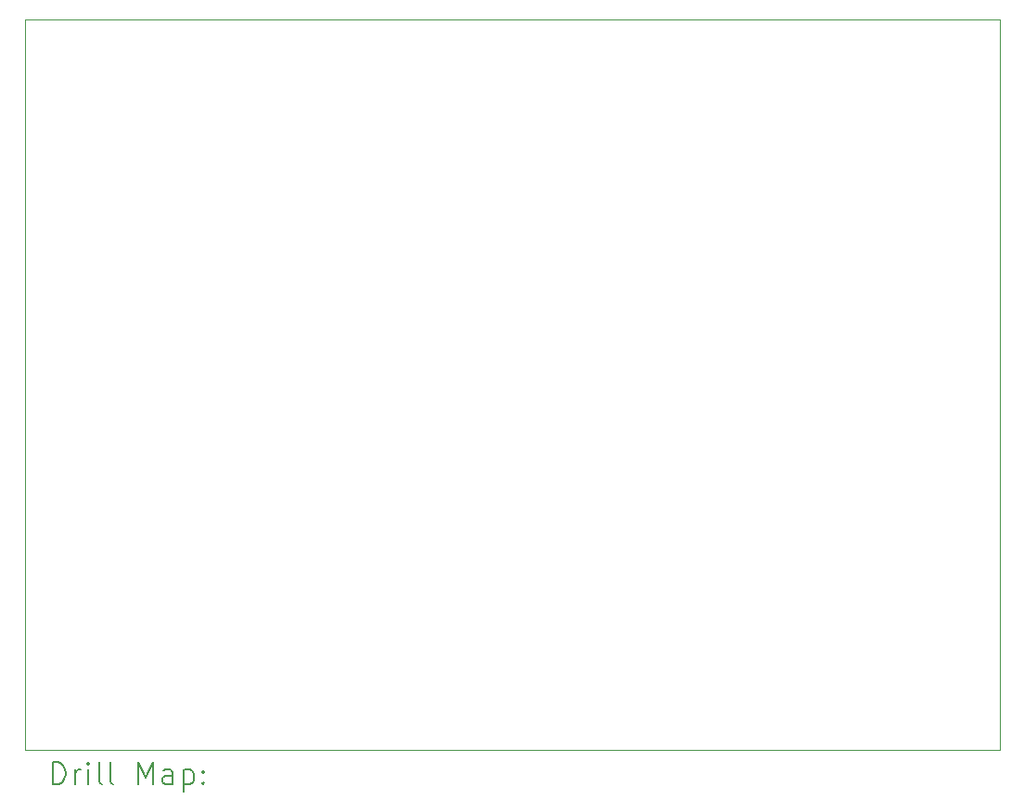
<source format=gbr>
%TF.GenerationSoftware,KiCad,Pcbnew,9.0.4*%
%TF.CreationDate,2025-12-21T18:46:59-05:00*%
%TF.ProjectId,DB44_breakout,44423434-5f62-4726-9561-6b6f75742e6b,rev?*%
%TF.SameCoordinates,Original*%
%TF.FileFunction,Drillmap*%
%TF.FilePolarity,Positive*%
%FSLAX45Y45*%
G04 Gerber Fmt 4.5, Leading zero omitted, Abs format (unit mm)*
G04 Created by KiCad (PCBNEW 9.0.4) date 2025-12-21 18:46:59*
%MOMM*%
%LPD*%
G01*
G04 APERTURE LIST*
%ADD10C,0.050000*%
%ADD11C,0.200000*%
G04 APERTURE END LIST*
D10*
X16800000Y-11200000D02*
X11350000Y-11200000D01*
X18100000Y-11200000D02*
X18100000Y-4525000D01*
X9200000Y-11200000D02*
X11350000Y-11200000D01*
X18100000Y-4525000D02*
X9200000Y-4525000D01*
X16800000Y-11200000D02*
X18100000Y-11200000D01*
X9200000Y-4525000D02*
X9200000Y-11200000D01*
D11*
X9458277Y-11513984D02*
X9458277Y-11313984D01*
X9458277Y-11313984D02*
X9505896Y-11313984D01*
X9505896Y-11313984D02*
X9534467Y-11323508D01*
X9534467Y-11323508D02*
X9553515Y-11342555D01*
X9553515Y-11342555D02*
X9563039Y-11361603D01*
X9563039Y-11361603D02*
X9572563Y-11399698D01*
X9572563Y-11399698D02*
X9572563Y-11428269D01*
X9572563Y-11428269D02*
X9563039Y-11466365D01*
X9563039Y-11466365D02*
X9553515Y-11485412D01*
X9553515Y-11485412D02*
X9534467Y-11504460D01*
X9534467Y-11504460D02*
X9505896Y-11513984D01*
X9505896Y-11513984D02*
X9458277Y-11513984D01*
X9658277Y-11513984D02*
X9658277Y-11380650D01*
X9658277Y-11418746D02*
X9667801Y-11399698D01*
X9667801Y-11399698D02*
X9677324Y-11390174D01*
X9677324Y-11390174D02*
X9696372Y-11380650D01*
X9696372Y-11380650D02*
X9715420Y-11380650D01*
X9782086Y-11513984D02*
X9782086Y-11380650D01*
X9782086Y-11313984D02*
X9772563Y-11323508D01*
X9772563Y-11323508D02*
X9782086Y-11333031D01*
X9782086Y-11333031D02*
X9791610Y-11323508D01*
X9791610Y-11323508D02*
X9782086Y-11313984D01*
X9782086Y-11313984D02*
X9782086Y-11333031D01*
X9905896Y-11513984D02*
X9886848Y-11504460D01*
X9886848Y-11504460D02*
X9877324Y-11485412D01*
X9877324Y-11485412D02*
X9877324Y-11313984D01*
X10010658Y-11513984D02*
X9991610Y-11504460D01*
X9991610Y-11504460D02*
X9982086Y-11485412D01*
X9982086Y-11485412D02*
X9982086Y-11313984D01*
X10239229Y-11513984D02*
X10239229Y-11313984D01*
X10239229Y-11313984D02*
X10305896Y-11456841D01*
X10305896Y-11456841D02*
X10372563Y-11313984D01*
X10372563Y-11313984D02*
X10372563Y-11513984D01*
X10553515Y-11513984D02*
X10553515Y-11409222D01*
X10553515Y-11409222D02*
X10543991Y-11390174D01*
X10543991Y-11390174D02*
X10524944Y-11380650D01*
X10524944Y-11380650D02*
X10486848Y-11380650D01*
X10486848Y-11380650D02*
X10467801Y-11390174D01*
X10553515Y-11504460D02*
X10534467Y-11513984D01*
X10534467Y-11513984D02*
X10486848Y-11513984D01*
X10486848Y-11513984D02*
X10467801Y-11504460D01*
X10467801Y-11504460D02*
X10458277Y-11485412D01*
X10458277Y-11485412D02*
X10458277Y-11466365D01*
X10458277Y-11466365D02*
X10467801Y-11447317D01*
X10467801Y-11447317D02*
X10486848Y-11437793D01*
X10486848Y-11437793D02*
X10534467Y-11437793D01*
X10534467Y-11437793D02*
X10553515Y-11428269D01*
X10648753Y-11380650D02*
X10648753Y-11580650D01*
X10648753Y-11390174D02*
X10667801Y-11380650D01*
X10667801Y-11380650D02*
X10705896Y-11380650D01*
X10705896Y-11380650D02*
X10724944Y-11390174D01*
X10724944Y-11390174D02*
X10734467Y-11399698D01*
X10734467Y-11399698D02*
X10743991Y-11418746D01*
X10743991Y-11418746D02*
X10743991Y-11475888D01*
X10743991Y-11475888D02*
X10734467Y-11494936D01*
X10734467Y-11494936D02*
X10724944Y-11504460D01*
X10724944Y-11504460D02*
X10705896Y-11513984D01*
X10705896Y-11513984D02*
X10667801Y-11513984D01*
X10667801Y-11513984D02*
X10648753Y-11504460D01*
X10829705Y-11494936D02*
X10839229Y-11504460D01*
X10839229Y-11504460D02*
X10829705Y-11513984D01*
X10829705Y-11513984D02*
X10820182Y-11504460D01*
X10820182Y-11504460D02*
X10829705Y-11494936D01*
X10829705Y-11494936D02*
X10829705Y-11513984D01*
X10829705Y-11390174D02*
X10839229Y-11399698D01*
X10839229Y-11399698D02*
X10829705Y-11409222D01*
X10829705Y-11409222D02*
X10820182Y-11399698D01*
X10820182Y-11399698D02*
X10829705Y-11390174D01*
X10829705Y-11390174D02*
X10829705Y-11409222D01*
M02*

</source>
